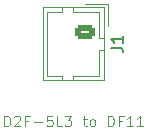
<source format=gbr>
%TF.GenerationSoftware,KiCad,Pcbnew,9.0.0*%
%TF.CreationDate,2025-04-24T09:50:19-04:00*%
%TF.ProjectId,Deployment-Switch-Adaptor,4465706c-6f79-46d6-956e-742d53776974,rev?*%
%TF.SameCoordinates,Original*%
%TF.FileFunction,Legend,Top*%
%TF.FilePolarity,Positive*%
%FSLAX46Y46*%
G04 Gerber Fmt 4.6, Leading zero omitted, Abs format (unit mm)*
G04 Created by KiCad (PCBNEW 9.0.0) date 2025-04-24 09:50:19*
%MOMM*%
%LPD*%
G01*
G04 APERTURE LIST*
G04 Aperture macros list*
%AMRoundRect*
0 Rectangle with rounded corners*
0 $1 Rounding radius*
0 $2 $3 $4 $5 $6 $7 $8 $9 X,Y pos of 4 corners*
0 Add a 4 corners polygon primitive as box body*
4,1,4,$2,$3,$4,$5,$6,$7,$8,$9,$2,$3,0*
0 Add four circle primitives for the rounded corners*
1,1,$1+$1,$2,$3*
1,1,$1+$1,$4,$5*
1,1,$1+$1,$6,$7*
1,1,$1+$1,$8,$9*
0 Add four rect primitives between the rounded corners*
20,1,$1+$1,$2,$3,$4,$5,0*
20,1,$1+$1,$4,$5,$6,$7,0*
20,1,$1+$1,$6,$7,$8,$9,0*
20,1,$1+$1,$8,$9,$2,$3,0*%
G04 Aperture macros list end*
%ADD10C,0.100000*%
%ADD11C,0.150000*%
%ADD12C,0.120000*%
%ADD13C,1.905000*%
%ADD14RoundRect,0.250000X-0.575000X0.350000X-0.575000X-0.350000X0.575000X-0.350000X0.575000X0.350000X0*%
%ADD15O,1.650000X1.200000*%
G04 APERTURE END LIST*
D10*
X157128570Y-91384657D02*
X157128570Y-90484657D01*
X157128570Y-90484657D02*
X157342856Y-90484657D01*
X157342856Y-90484657D02*
X157471427Y-90527514D01*
X157471427Y-90527514D02*
X157557142Y-90613228D01*
X157557142Y-90613228D02*
X157599999Y-90698942D01*
X157599999Y-90698942D02*
X157642856Y-90870371D01*
X157642856Y-90870371D02*
X157642856Y-90998942D01*
X157642856Y-90998942D02*
X157599999Y-91170371D01*
X157599999Y-91170371D02*
X157557142Y-91256085D01*
X157557142Y-91256085D02*
X157471427Y-91341800D01*
X157471427Y-91341800D02*
X157342856Y-91384657D01*
X157342856Y-91384657D02*
X157128570Y-91384657D01*
X157985713Y-90570371D02*
X158028570Y-90527514D01*
X158028570Y-90527514D02*
X158114285Y-90484657D01*
X158114285Y-90484657D02*
X158328570Y-90484657D01*
X158328570Y-90484657D02*
X158414285Y-90527514D01*
X158414285Y-90527514D02*
X158457142Y-90570371D01*
X158457142Y-90570371D02*
X158499999Y-90656085D01*
X158499999Y-90656085D02*
X158499999Y-90741800D01*
X158499999Y-90741800D02*
X158457142Y-90870371D01*
X158457142Y-90870371D02*
X157942856Y-91384657D01*
X157942856Y-91384657D02*
X158499999Y-91384657D01*
X159185713Y-90913228D02*
X158885713Y-90913228D01*
X158885713Y-91384657D02*
X158885713Y-90484657D01*
X158885713Y-90484657D02*
X159314285Y-90484657D01*
X159657142Y-91041800D02*
X160342857Y-91041800D01*
X161200000Y-90484657D02*
X160771428Y-90484657D01*
X160771428Y-90484657D02*
X160728571Y-90913228D01*
X160728571Y-90913228D02*
X160771428Y-90870371D01*
X160771428Y-90870371D02*
X160857143Y-90827514D01*
X160857143Y-90827514D02*
X161071428Y-90827514D01*
X161071428Y-90827514D02*
X161157143Y-90870371D01*
X161157143Y-90870371D02*
X161200000Y-90913228D01*
X161200000Y-90913228D02*
X161242857Y-90998942D01*
X161242857Y-90998942D02*
X161242857Y-91213228D01*
X161242857Y-91213228D02*
X161200000Y-91298942D01*
X161200000Y-91298942D02*
X161157143Y-91341800D01*
X161157143Y-91341800D02*
X161071428Y-91384657D01*
X161071428Y-91384657D02*
X160857143Y-91384657D01*
X160857143Y-91384657D02*
X160771428Y-91341800D01*
X160771428Y-91341800D02*
X160728571Y-91298942D01*
X162057143Y-91384657D02*
X161628571Y-91384657D01*
X161628571Y-91384657D02*
X161628571Y-90484657D01*
X162271428Y-90484657D02*
X162828571Y-90484657D01*
X162828571Y-90484657D02*
X162528571Y-90827514D01*
X162528571Y-90827514D02*
X162657142Y-90827514D01*
X162657142Y-90827514D02*
X162742857Y-90870371D01*
X162742857Y-90870371D02*
X162785714Y-90913228D01*
X162785714Y-90913228D02*
X162828571Y-90998942D01*
X162828571Y-90998942D02*
X162828571Y-91213228D01*
X162828571Y-91213228D02*
X162785714Y-91298942D01*
X162785714Y-91298942D02*
X162742857Y-91341800D01*
X162742857Y-91341800D02*
X162657142Y-91384657D01*
X162657142Y-91384657D02*
X162399999Y-91384657D01*
X162399999Y-91384657D02*
X162314285Y-91341800D01*
X162314285Y-91341800D02*
X162271428Y-91298942D01*
X163771428Y-90784657D02*
X164114285Y-90784657D01*
X163899999Y-90484657D02*
X163899999Y-91256085D01*
X163899999Y-91256085D02*
X163942856Y-91341800D01*
X163942856Y-91341800D02*
X164028571Y-91384657D01*
X164028571Y-91384657D02*
X164114285Y-91384657D01*
X164542857Y-91384657D02*
X164457142Y-91341800D01*
X164457142Y-91341800D02*
X164414285Y-91298942D01*
X164414285Y-91298942D02*
X164371428Y-91213228D01*
X164371428Y-91213228D02*
X164371428Y-90956085D01*
X164371428Y-90956085D02*
X164414285Y-90870371D01*
X164414285Y-90870371D02*
X164457142Y-90827514D01*
X164457142Y-90827514D02*
X164542857Y-90784657D01*
X164542857Y-90784657D02*
X164671428Y-90784657D01*
X164671428Y-90784657D02*
X164757142Y-90827514D01*
X164757142Y-90827514D02*
X164800000Y-90870371D01*
X164800000Y-90870371D02*
X164842857Y-90956085D01*
X164842857Y-90956085D02*
X164842857Y-91213228D01*
X164842857Y-91213228D02*
X164800000Y-91298942D01*
X164800000Y-91298942D02*
X164757142Y-91341800D01*
X164757142Y-91341800D02*
X164671428Y-91384657D01*
X164671428Y-91384657D02*
X164542857Y-91384657D01*
X165914285Y-91384657D02*
X165914285Y-90484657D01*
X165914285Y-90484657D02*
X166128571Y-90484657D01*
X166128571Y-90484657D02*
X166257142Y-90527514D01*
X166257142Y-90527514D02*
X166342857Y-90613228D01*
X166342857Y-90613228D02*
X166385714Y-90698942D01*
X166385714Y-90698942D02*
X166428571Y-90870371D01*
X166428571Y-90870371D02*
X166428571Y-90998942D01*
X166428571Y-90998942D02*
X166385714Y-91170371D01*
X166385714Y-91170371D02*
X166342857Y-91256085D01*
X166342857Y-91256085D02*
X166257142Y-91341800D01*
X166257142Y-91341800D02*
X166128571Y-91384657D01*
X166128571Y-91384657D02*
X165914285Y-91384657D01*
X167114285Y-90913228D02*
X166814285Y-90913228D01*
X166814285Y-91384657D02*
X166814285Y-90484657D01*
X166814285Y-90484657D02*
X167242857Y-90484657D01*
X168057143Y-91384657D02*
X167542857Y-91384657D01*
X167800000Y-91384657D02*
X167800000Y-90484657D01*
X167800000Y-90484657D02*
X167714286Y-90613228D01*
X167714286Y-90613228D02*
X167628571Y-90698942D01*
X167628571Y-90698942D02*
X167542857Y-90741800D01*
X168914286Y-91384657D02*
X168400000Y-91384657D01*
X168657143Y-91384657D02*
X168657143Y-90484657D01*
X168657143Y-90484657D02*
X168571429Y-90613228D01*
X168571429Y-90613228D02*
X168485714Y-90698942D01*
X168485714Y-90698942D02*
X168400000Y-90741800D01*
D11*
X166154819Y-84733333D02*
X166869104Y-84733333D01*
X166869104Y-84733333D02*
X167011961Y-84780952D01*
X167011961Y-84780952D02*
X167107200Y-84876190D01*
X167107200Y-84876190D02*
X167154819Y-85019047D01*
X167154819Y-85019047D02*
X167154819Y-85114285D01*
X167154819Y-83733333D02*
X167154819Y-84304761D01*
X167154819Y-84019047D02*
X166154819Y-84019047D01*
X166154819Y-84019047D02*
X166297676Y-84114285D01*
X166297676Y-84114285D02*
X166392914Y-84209523D01*
X166392914Y-84209523D02*
X166440533Y-84304761D01*
D12*
%TO.C,J1*%
X165910000Y-80990000D02*
X165910000Y-82900001D01*
X164000000Y-80990000D02*
X165910000Y-80990000D01*
X165600000Y-81300000D02*
X160400000Y-81300000D01*
X163000000Y-81300000D02*
X163000000Y-81700000D01*
X162000000Y-81300000D02*
X162000000Y-81700000D01*
X160400000Y-81300000D02*
X160400000Y-87500000D01*
X165200001Y-81700000D02*
X165200001Y-83900000D01*
X163000000Y-81700000D02*
X165200001Y-81700000D01*
X162000000Y-81700000D02*
X160800000Y-81700000D01*
X160800000Y-81700000D02*
X160800000Y-87100000D01*
X165200001Y-83900000D02*
X165600000Y-83900000D01*
X165200000Y-84900000D02*
X165600000Y-84900000D01*
X165200000Y-87100000D02*
X165200000Y-84900000D01*
X163000000Y-87100000D02*
X165200000Y-87100000D01*
X162000000Y-87100001D02*
X162000000Y-87500000D01*
X160800000Y-87100000D02*
X162000000Y-87100001D01*
X165600000Y-87500000D02*
X165600000Y-81300000D01*
X163000000Y-87500000D02*
X163000000Y-87100000D01*
X160400000Y-87500000D02*
X165600000Y-87500000D01*
%TD*%
%LPC*%
D13*
%TO.C,J2*%
X168080000Y-89000000D03*
X163000000Y-89000000D03*
X157920000Y-89000000D03*
%TD*%
D14*
%TO.C,J1*%
X164000000Y-83400000D03*
D15*
X161999999Y-83400000D03*
X164000000Y-85400001D03*
X162000000Y-85400000D03*
%TD*%
%LPD*%
M02*

</source>
